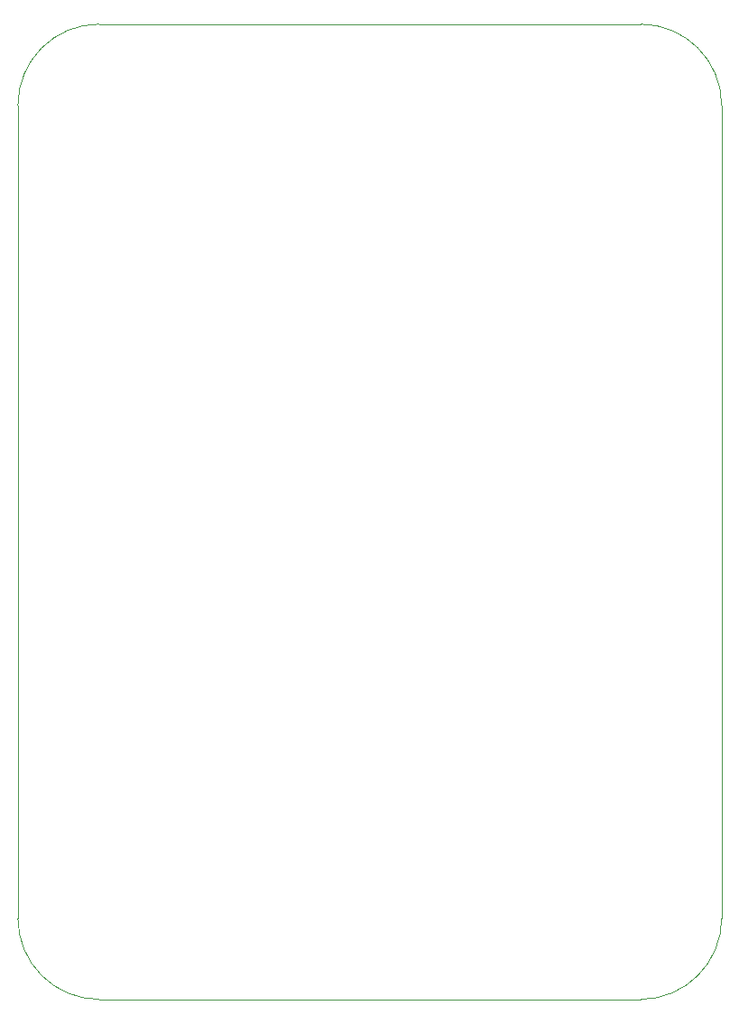
<source format=gbr>
%TF.GenerationSoftware,KiCad,Pcbnew,8.0.2*%
%TF.CreationDate,2024-05-09T13:50:34-05:00*%
%TF.ProjectId,multifan-i2c-controller,6d756c74-6966-4616-9e2d-6932632d636f,A*%
%TF.SameCoordinates,Original*%
%TF.FileFunction,Profile,NP*%
%FSLAX46Y46*%
G04 Gerber Fmt 4.6, Leading zero omitted, Abs format (unit mm)*
G04 Created by KiCad (PCBNEW 8.0.2) date 2024-05-09 13:50:34*
%MOMM*%
%LPD*%
G01*
G04 APERTURE LIST*
%TA.AperFunction,Profile*%
%ADD10C,0.050000*%
%TD*%
G04 APERTURE END LIST*
D10*
X76200000Y-134620000D02*
X127000000Y-134620000D01*
X127000000Y-43180000D02*
X76200000Y-43180000D01*
X68580000Y-50800000D02*
X68580000Y-127000000D01*
X134620000Y-127000000D02*
X134620000Y-50800000D01*
X76200000Y-134620000D02*
G75*
G02*
X68580000Y-127000000I0J7620000D01*
G01*
X127000000Y-43180000D02*
G75*
G02*
X134620000Y-50800000I0J-7620000D01*
G01*
X68580000Y-50800000D02*
G75*
G02*
X76200000Y-43180000I7620000J0D01*
G01*
X134620000Y-127000000D02*
G75*
G02*
X127000000Y-134620000I-7620000J0D01*
G01*
M02*

</source>
